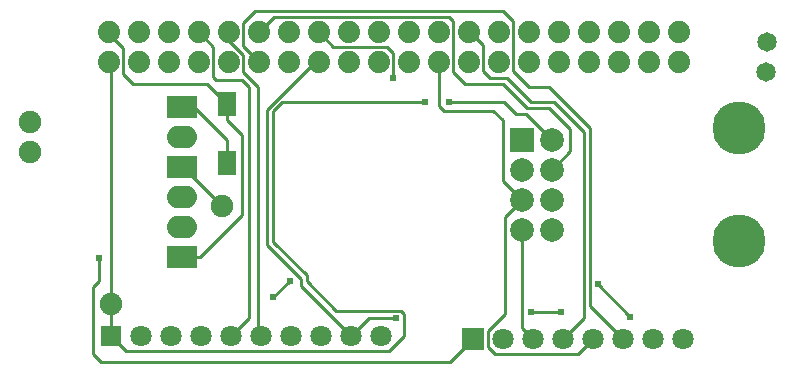
<source format=gtl>
G04 Layer: TopLayer*
G04 EasyEDA v6.5.23, 2025-01-15 23:58:28*
G04 61e01307cd854d7a9ca4b8b954f7b644,f9be1a6569124c8bb78035afb8aa2461,10*
G04 Gerber Generator version 0.2*
G04 Scale: 100 percent, Rotated: No, Reflected: No *
G04 Dimensions in millimeters *
G04 leading zeros omitted , absolute positions ,4 integer and 5 decimal *
%FSLAX45Y45*%
%MOMM*%

%AMMACRO1*21,1,$1,$2,0,0,$3*%
%ADD10C,0.2540*%
%ADD11C,1.9050*%
%ADD12MACRO1,1.539X2.0625X0.0000*%
%ADD13R,1.5390X2.0625*%
%ADD14C,1.8796*%
%ADD15C,1.6510*%
%ADD16MACRO1,1.8X1.8X0.0000*%
%ADD17C,1.8000*%
%ADD18R,1.8000X1.8000*%
%ADD19R,2.5400X1.9050*%
%ADD20O,2.54X1.905*%
%ADD21C,4.5000*%
%ADD22C,2.0000*%
%ADD23R,2.0000X2.0000*%
%ADD24C,0.6096*%

%LPD*%
D10*
X1038143Y-660400D02*
G01*
X952500Y-574756D01*
X952500Y-355600D01*
X828802Y-231902D01*
X828802Y-217017D01*
X1828800Y-829132D02*
G01*
X1660067Y-660400D01*
X1038143Y-660400D01*
X1828800Y-1329944D02*
G01*
X1828800Y-1130300D01*
X1549400Y-850900D01*
X1452371Y-850900D01*
X850900Y-2520579D02*
G01*
X850900Y-2857500D01*
X828802Y-470915D02*
G01*
X850900Y-493013D01*
X850900Y-2520579D01*
X4419600Y-2819397D02*
G01*
X4327606Y-2727403D01*
X4327606Y-1892300D01*
X4927600Y-2819400D02*
G01*
X4800600Y-2946400D01*
X4096765Y-2946400D01*
X4038600Y-2888234D01*
X4038600Y-2748534D01*
X4183125Y-2603754D01*
X4183125Y-1782571D01*
X4327652Y-1638300D01*
X1452371Y-2120900D02*
G01*
X1600200Y-2120900D01*
X1955800Y-1765300D01*
X1955800Y-1092200D01*
X1828800Y-965200D01*
X1828800Y-829055D01*
X1866900Y-2794000D02*
G01*
X2019300Y-2641600D01*
X2019300Y-685800D01*
X1955800Y-622300D01*
X1739900Y-622300D01*
X1714500Y-596900D01*
X1714500Y-342900D01*
X1590802Y-216915D01*
X2120900Y-2794000D02*
G01*
X2095500Y-2768600D01*
X2095500Y-685800D01*
X1968500Y-558800D01*
X1968500Y-416052D01*
X1844802Y-292354D01*
X1844802Y-216915D01*
X4673600Y-2819400D02*
G01*
X4851400Y-2641600D01*
X4851400Y-1068070D01*
X4596129Y-812800D01*
X4406900Y-812800D01*
X4203700Y-609600D01*
X4060697Y-609600D01*
X4000500Y-549402D01*
X4000500Y-330200D01*
X3887215Y-216915D01*
X3876802Y-216915D01*
X3238500Y-609600D02*
G01*
X3238500Y-394207D01*
X3187191Y-342900D01*
X2732780Y-342900D01*
X2606799Y-216915D01*
X5246649Y-2630449D02*
G01*
X4971059Y-2354859D01*
X4406900Y-2590800D02*
G01*
X4660900Y-2590800D01*
X4581606Y-1130300D02*
G01*
X4365706Y-914400D01*
X4279900Y-914400D01*
X4178300Y-812800D01*
X3708400Y-812800D01*
X3263900Y-2641600D02*
G01*
X3035300Y-2641600D01*
X2882900Y-2794000D01*
X4327652Y-1638300D02*
G01*
X4165600Y-1476247D01*
X4165600Y-965200D01*
X4087368Y-886968D01*
X3667252Y-886968D01*
X3622802Y-842518D01*
X3622802Y-470915D01*
X4581652Y-1384300D02*
G01*
X4737100Y-1228852D01*
X4737100Y-1041400D01*
X4559300Y-863600D01*
X4368800Y-863600D01*
X4165600Y-660400D01*
X3848100Y-660400D01*
X3746500Y-558800D01*
X3746500Y-127000D01*
X3708400Y-88900D01*
X2226818Y-88900D01*
X2098802Y-216915D01*
X5181600Y-2819400D02*
G01*
X4902200Y-2540000D01*
X4902200Y-1028700D01*
X4559300Y-685800D01*
X4389374Y-685800D01*
X4254500Y-550926D01*
X4254500Y-127000D01*
X4165600Y-38100D01*
X2070100Y-38100D01*
X1968500Y-139700D01*
X1968500Y-340613D01*
X2098802Y-470915D01*
X3911600Y-2819400D02*
G01*
X3721100Y-3009900D01*
X762000Y-3009900D01*
X698500Y-2946400D01*
X698500Y-2374900D01*
X749300Y-2324100D01*
X749300Y-2133600D01*
X2222500Y-2463800D02*
G01*
X2362200Y-2324100D01*
X2882900Y-2794000D02*
G01*
X2461679Y-2372766D01*
X2461679Y-2309279D01*
X2171700Y-2019300D01*
X2171700Y-878072D01*
X2578856Y-470915D01*
X2606799Y-470915D01*
X3505200Y-812800D02*
G01*
X2298700Y-812800D01*
X2222500Y-889000D01*
X2222500Y-1993900D01*
X2506979Y-2278379D01*
X2506979Y-2329179D01*
X2755900Y-2578100D01*
X3302000Y-2578100D01*
X3327400Y-2603500D01*
X3327400Y-2794000D01*
X3200400Y-2921000D01*
X977900Y-2921000D01*
X850900Y-2794000D01*
X1790700Y-1689100D02*
G01*
X1460500Y-1358900D01*
X1452496Y-1358900D01*
D11*
G01*
X850900Y-2520569D03*
G01*
X1790700Y-1689100D03*
D12*
G01*
X1828800Y-1329874D03*
D13*
G01*
X1828800Y-829132D03*
D14*
G01*
X1082802Y-217017D03*
G01*
X1336802Y-217017D03*
G01*
X1590802Y-217017D03*
G01*
X1844802Y-217017D03*
G01*
X2098802Y-217017D03*
G01*
X2352802Y-217017D03*
G01*
X2606802Y-217017D03*
G01*
X2860802Y-217017D03*
G01*
X3114802Y-217017D03*
G01*
X3368802Y-217017D03*
G01*
X3622802Y-217017D03*
G01*
X3876802Y-217017D03*
G01*
X4130802Y-217017D03*
G01*
X4384802Y-217017D03*
G01*
X4639792Y-217017D03*
G01*
X4892802Y-217017D03*
G01*
X5146802Y-217017D03*
G01*
X5400802Y-217017D03*
G01*
X5654802Y-217017D03*
G01*
X1082802Y-470992D03*
G01*
X1336802Y-470992D03*
G01*
X1590802Y-470992D03*
G01*
X1844802Y-470992D03*
G01*
X2098802Y-470992D03*
G01*
X2352802Y-470992D03*
G01*
X2606802Y-470992D03*
G01*
X2860802Y-470992D03*
G01*
X3114802Y-470992D03*
G01*
X3368802Y-470992D03*
G01*
X3622802Y-470992D03*
G01*
X3876802Y-470992D03*
G01*
X4130802Y-470992D03*
G01*
X4384802Y-470992D03*
G01*
X4638802Y-470992D03*
G01*
X4892802Y-470992D03*
G01*
X5146802Y-470992D03*
G01*
X5400802Y-470992D03*
G01*
X5654802Y-470992D03*
G01*
X828802Y-217017D03*
G01*
X828802Y-470992D03*
D15*
G01*
X6398590Y-558825D03*
G01*
X6403009Y-304876D03*
D16*
G01*
X3911602Y-2819400D03*
D17*
G01*
X4165600Y-2819400D03*
G01*
X4419600Y-2819400D03*
G01*
X4673600Y-2819400D03*
G01*
X4927600Y-2819400D03*
G01*
X5181600Y-2819400D03*
G01*
X5435600Y-2819400D03*
G01*
X5689600Y-2819400D03*
D18*
G01*
X850900Y-2794000D03*
D17*
G01*
X1104900Y-2794000D03*
G01*
X1358900Y-2794000D03*
G01*
X1612900Y-2794000D03*
G01*
X1866900Y-2794000D03*
G01*
X2120900Y-2794000D03*
G01*
X2374900Y-2794000D03*
G01*
X2628900Y-2794000D03*
G01*
X2882900Y-2794000D03*
G01*
X3136900Y-2794000D03*
D19*
G01*
X1452498Y-2120900D03*
D20*
G01*
X1452498Y-1866900D03*
G01*
X1452498Y-1612900D03*
D19*
G01*
X1452498Y-1358900D03*
D20*
G01*
X1452498Y-1104900D03*
D19*
G01*
X1452498Y-850900D03*
D21*
G01*
X6162598Y-1991309D03*
G01*
X6162598Y-1031290D03*
D22*
G01*
X4581601Y-1892300D03*
G01*
X4327601Y-1892300D03*
G01*
X4581601Y-1638300D03*
G01*
X4327601Y-1638300D03*
G01*
X4581601Y-1384300D03*
G01*
X4327601Y-1384300D03*
G01*
X4581601Y-1130300D03*
D23*
G01*
X4327601Y-1130300D03*
D11*
G01*
X165100Y-977900D03*
G01*
X165100Y-1231900D03*
D24*
G01*
X3238500Y-609600D03*
G01*
X3263900Y-2641600D03*
G01*
X4971059Y-2354859D03*
G01*
X5246649Y-2630449D03*
G01*
X4406900Y-2590800D03*
G01*
X4660900Y-2590800D03*
G01*
X3708400Y-812800D03*
G01*
X3505200Y-812800D03*
G01*
X749300Y-2133600D03*
G01*
X2222500Y-2463800D03*
G01*
X2362200Y-2324100D03*
M02*

</source>
